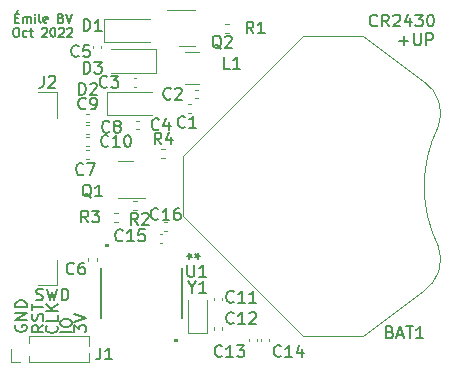
<source format=gbr>
%TF.GenerationSoftware,KiCad,Pcbnew,(6.0.1)*%
%TF.CreationDate,2022-10-12T14:33:58-04:00*%
%TF.ProjectId,DeathClock,44656174-6843-46c6-9f63-6b2e6b696361,rev?*%
%TF.SameCoordinates,Original*%
%TF.FileFunction,Legend,Top*%
%TF.FilePolarity,Positive*%
%FSLAX46Y46*%
G04 Gerber Fmt 4.6, Leading zero omitted, Abs format (unit mm)*
G04 Created by KiCad (PCBNEW (6.0.1)) date 2022-10-12 14:33:58*
%MOMM*%
%LPD*%
G01*
G04 APERTURE LIST*
%ADD10C,0.150000*%
%ADD11C,0.120000*%
%ADD12C,0.152400*%
G04 APERTURE END LIST*
D10*
X151595238Y-72871428D02*
X152357142Y-72871428D01*
X151976190Y-73252380D02*
X151976190Y-72490476D01*
X152833333Y-72252380D02*
X152833333Y-73061904D01*
X152880952Y-73157142D01*
X152928571Y-73204761D01*
X153023809Y-73252380D01*
X153214285Y-73252380D01*
X153309523Y-73204761D01*
X153357142Y-73157142D01*
X153404761Y-73061904D01*
X153404761Y-72252380D01*
X153880952Y-73252380D02*
X153880952Y-72252380D01*
X154261904Y-72252380D01*
X154357142Y-72300000D01*
X154404761Y-72347619D01*
X154452380Y-72442857D01*
X154452380Y-72585714D01*
X154404761Y-72680952D01*
X154357142Y-72728571D01*
X154261904Y-72776190D01*
X153880952Y-72776190D01*
X149704761Y-71557142D02*
X149657142Y-71604761D01*
X149514285Y-71652380D01*
X149419047Y-71652380D01*
X149276190Y-71604761D01*
X149180952Y-71509523D01*
X149133333Y-71414285D01*
X149085714Y-71223809D01*
X149085714Y-71080952D01*
X149133333Y-70890476D01*
X149180952Y-70795238D01*
X149276190Y-70700000D01*
X149419047Y-70652380D01*
X149514285Y-70652380D01*
X149657142Y-70700000D01*
X149704761Y-70747619D01*
X150704761Y-71652380D02*
X150371428Y-71176190D01*
X150133333Y-71652380D02*
X150133333Y-70652380D01*
X150514285Y-70652380D01*
X150609523Y-70700000D01*
X150657142Y-70747619D01*
X150704761Y-70842857D01*
X150704761Y-70985714D01*
X150657142Y-71080952D01*
X150609523Y-71128571D01*
X150514285Y-71176190D01*
X150133333Y-71176190D01*
X151085714Y-70747619D02*
X151133333Y-70700000D01*
X151228571Y-70652380D01*
X151466666Y-70652380D01*
X151561904Y-70700000D01*
X151609523Y-70747619D01*
X151657142Y-70842857D01*
X151657142Y-70938095D01*
X151609523Y-71080952D01*
X151038095Y-71652380D01*
X151657142Y-71652380D01*
X152514285Y-70985714D02*
X152514285Y-71652380D01*
X152276190Y-70604761D02*
X152038095Y-71319047D01*
X152657142Y-71319047D01*
X152942857Y-70652380D02*
X153561904Y-70652380D01*
X153228571Y-71033333D01*
X153371428Y-71033333D01*
X153466666Y-71080952D01*
X153514285Y-71128571D01*
X153561904Y-71223809D01*
X153561904Y-71461904D01*
X153514285Y-71557142D01*
X153466666Y-71604761D01*
X153371428Y-71652380D01*
X153085714Y-71652380D01*
X152990476Y-71604761D01*
X152942857Y-71557142D01*
X154180952Y-70652380D02*
X154276190Y-70652380D01*
X154371428Y-70700000D01*
X154419047Y-70747619D01*
X154466666Y-70842857D01*
X154514285Y-71033333D01*
X154514285Y-71271428D01*
X154466666Y-71461904D01*
X154419047Y-71557142D01*
X154371428Y-71604761D01*
X154276190Y-71652380D01*
X154180952Y-71652380D01*
X154085714Y-71604761D01*
X154038095Y-71557142D01*
X153990476Y-71461904D01*
X153942857Y-71271428D01*
X153942857Y-71033333D01*
X153990476Y-70842857D01*
X154038095Y-70747619D01*
X154085714Y-70700000D01*
X154180952Y-70652380D01*
X123852380Y-97523809D02*
X122852380Y-97523809D01*
X122852380Y-96857142D02*
X122852380Y-96666666D01*
X122900000Y-96571428D01*
X122995238Y-96476190D01*
X123185714Y-96428571D01*
X123519047Y-96428571D01*
X123709523Y-96476190D01*
X123804761Y-96571428D01*
X123852380Y-96666666D01*
X123852380Y-96857142D01*
X123804761Y-96952380D01*
X123709523Y-97047619D01*
X123519047Y-97095238D01*
X123185714Y-97095238D01*
X122995238Y-97047619D01*
X122900000Y-96952380D01*
X122852380Y-96857142D01*
X120842857Y-94804761D02*
X120985714Y-94852380D01*
X121223809Y-94852380D01*
X121319047Y-94804761D01*
X121366666Y-94757142D01*
X121414285Y-94661904D01*
X121414285Y-94566666D01*
X121366666Y-94471428D01*
X121319047Y-94423809D01*
X121223809Y-94376190D01*
X121033333Y-94328571D01*
X120938095Y-94280952D01*
X120890476Y-94233333D01*
X120842857Y-94138095D01*
X120842857Y-94042857D01*
X120890476Y-93947619D01*
X120938095Y-93900000D01*
X121033333Y-93852380D01*
X121271428Y-93852380D01*
X121414285Y-93900000D01*
X121747619Y-93852380D02*
X121985714Y-94852380D01*
X122176190Y-94138095D01*
X122366666Y-94852380D01*
X122604761Y-93852380D01*
X122985714Y-94852380D02*
X122985714Y-93852380D01*
X123223809Y-93852380D01*
X123366666Y-93900000D01*
X123461904Y-93995238D01*
X123509523Y-94090476D01*
X123557142Y-94280952D01*
X123557142Y-94423809D01*
X123509523Y-94614285D01*
X123461904Y-94709523D01*
X123366666Y-94804761D01*
X123223809Y-94852380D01*
X122985714Y-94852380D01*
X121452380Y-96947619D02*
X120976190Y-97280952D01*
X121452380Y-97519047D02*
X120452380Y-97519047D01*
X120452380Y-97138095D01*
X120500000Y-97042857D01*
X120547619Y-96995238D01*
X120642857Y-96947619D01*
X120785714Y-96947619D01*
X120880952Y-96995238D01*
X120928571Y-97042857D01*
X120976190Y-97138095D01*
X120976190Y-97519047D01*
X121404761Y-96566666D02*
X121452380Y-96423809D01*
X121452380Y-96185714D01*
X121404761Y-96090476D01*
X121357142Y-96042857D01*
X121261904Y-95995238D01*
X121166666Y-95995238D01*
X121071428Y-96042857D01*
X121023809Y-96090476D01*
X120976190Y-96185714D01*
X120928571Y-96376190D01*
X120880952Y-96471428D01*
X120833333Y-96519047D01*
X120738095Y-96566666D01*
X120642857Y-96566666D01*
X120547619Y-96519047D01*
X120500000Y-96471428D01*
X120452380Y-96376190D01*
X120452380Y-96138095D01*
X120500000Y-95995238D01*
X120452380Y-95709523D02*
X120452380Y-95138095D01*
X121452380Y-95423809D02*
X120452380Y-95423809D01*
X119100000Y-96961904D02*
X119052380Y-97057142D01*
X119052380Y-97200000D01*
X119100000Y-97342857D01*
X119195238Y-97438095D01*
X119290476Y-97485714D01*
X119480952Y-97533333D01*
X119623809Y-97533333D01*
X119814285Y-97485714D01*
X119909523Y-97438095D01*
X120004761Y-97342857D01*
X120052380Y-97200000D01*
X120052380Y-97104761D01*
X120004761Y-96961904D01*
X119957142Y-96914285D01*
X119623809Y-96914285D01*
X119623809Y-97104761D01*
X120052380Y-96485714D02*
X119052380Y-96485714D01*
X120052380Y-95914285D01*
X119052380Y-95914285D01*
X120052380Y-95438095D02*
X119052380Y-95438095D01*
X119052380Y-95200000D01*
X119100000Y-95057142D01*
X119195238Y-94961904D01*
X119290476Y-94914285D01*
X119480952Y-94866666D01*
X119623809Y-94866666D01*
X119814285Y-94914285D01*
X119909523Y-94961904D01*
X120004761Y-95057142D01*
X120052380Y-95200000D01*
X120052380Y-95438095D01*
X124052380Y-97561904D02*
X124052380Y-96942857D01*
X124433333Y-97276190D01*
X124433333Y-97133333D01*
X124480952Y-97038095D01*
X124528571Y-96990476D01*
X124623809Y-96942857D01*
X124861904Y-96942857D01*
X124957142Y-96990476D01*
X125004761Y-97038095D01*
X125052380Y-97133333D01*
X125052380Y-97419047D01*
X125004761Y-97514285D01*
X124957142Y-97561904D01*
X124052380Y-96657142D02*
X125052380Y-96323809D01*
X124052380Y-95990476D01*
X122557142Y-96995238D02*
X122604761Y-97042857D01*
X122652380Y-97185714D01*
X122652380Y-97280952D01*
X122604761Y-97423809D01*
X122509523Y-97519047D01*
X122414285Y-97566666D01*
X122223809Y-97614285D01*
X122080952Y-97614285D01*
X121890476Y-97566666D01*
X121795238Y-97519047D01*
X121700000Y-97423809D01*
X121652380Y-97280952D01*
X121652380Y-97185714D01*
X121700000Y-97042857D01*
X121747619Y-96995238D01*
X122652380Y-96090476D02*
X122652380Y-96566666D01*
X121652380Y-96566666D01*
X122652380Y-95757142D02*
X121652380Y-95757142D01*
X122652380Y-95185714D02*
X122080952Y-95614285D01*
X121652380Y-95185714D02*
X122223809Y-95757142D01*
X119060714Y-70942678D02*
X119310714Y-70942678D01*
X119417857Y-71335535D02*
X119060714Y-71335535D01*
X119060714Y-70585535D01*
X119417857Y-70585535D01*
X119310714Y-70299821D02*
X119203571Y-70406964D01*
X119739285Y-71335535D02*
X119739285Y-70835535D01*
X119739285Y-70906964D02*
X119775000Y-70871250D01*
X119846428Y-70835535D01*
X119953571Y-70835535D01*
X120025000Y-70871250D01*
X120060714Y-70942678D01*
X120060714Y-71335535D01*
X120060714Y-70942678D02*
X120096428Y-70871250D01*
X120167857Y-70835535D01*
X120275000Y-70835535D01*
X120346428Y-70871250D01*
X120382142Y-70942678D01*
X120382142Y-71335535D01*
X120739285Y-71335535D02*
X120739285Y-70835535D01*
X120739285Y-70585535D02*
X120703571Y-70621250D01*
X120739285Y-70656964D01*
X120775000Y-70621250D01*
X120739285Y-70585535D01*
X120739285Y-70656964D01*
X121203571Y-71335535D02*
X121132142Y-71299821D01*
X121096428Y-71228392D01*
X121096428Y-70585535D01*
X121775000Y-71299821D02*
X121703571Y-71335535D01*
X121560714Y-71335535D01*
X121489285Y-71299821D01*
X121453571Y-71228392D01*
X121453571Y-70942678D01*
X121489285Y-70871250D01*
X121560714Y-70835535D01*
X121703571Y-70835535D01*
X121775000Y-70871250D01*
X121810714Y-70942678D01*
X121810714Y-71014107D01*
X121453571Y-71085535D01*
X122953571Y-70942678D02*
X123060714Y-70978392D01*
X123096428Y-71014107D01*
X123132142Y-71085535D01*
X123132142Y-71192678D01*
X123096428Y-71264107D01*
X123060714Y-71299821D01*
X122989285Y-71335535D01*
X122703571Y-71335535D01*
X122703571Y-70585535D01*
X122953571Y-70585535D01*
X123025000Y-70621250D01*
X123060714Y-70656964D01*
X123096428Y-70728392D01*
X123096428Y-70799821D01*
X123060714Y-70871250D01*
X123025000Y-70906964D01*
X122953571Y-70942678D01*
X122703571Y-70942678D01*
X123346428Y-70585535D02*
X123596428Y-71335535D01*
X123846428Y-70585535D01*
X119078571Y-71793035D02*
X119221428Y-71793035D01*
X119292857Y-71828750D01*
X119364285Y-71900178D01*
X119400000Y-72043035D01*
X119400000Y-72293035D01*
X119364285Y-72435892D01*
X119292857Y-72507321D01*
X119221428Y-72543035D01*
X119078571Y-72543035D01*
X119007142Y-72507321D01*
X118935714Y-72435892D01*
X118900000Y-72293035D01*
X118900000Y-72043035D01*
X118935714Y-71900178D01*
X119007142Y-71828750D01*
X119078571Y-71793035D01*
X120042857Y-72507321D02*
X119971428Y-72543035D01*
X119828571Y-72543035D01*
X119757142Y-72507321D01*
X119721428Y-72471607D01*
X119685714Y-72400178D01*
X119685714Y-72185892D01*
X119721428Y-72114464D01*
X119757142Y-72078750D01*
X119828571Y-72043035D01*
X119971428Y-72043035D01*
X120042857Y-72078750D01*
X120257142Y-72043035D02*
X120542857Y-72043035D01*
X120364285Y-71793035D02*
X120364285Y-72435892D01*
X120400000Y-72507321D01*
X120471428Y-72543035D01*
X120542857Y-72543035D01*
X121328571Y-71864464D02*
X121364285Y-71828750D01*
X121435714Y-71793035D01*
X121614285Y-71793035D01*
X121685714Y-71828750D01*
X121721428Y-71864464D01*
X121757142Y-71935892D01*
X121757142Y-72007321D01*
X121721428Y-72114464D01*
X121292857Y-72543035D01*
X121757142Y-72543035D01*
X122221428Y-71793035D02*
X122292857Y-71793035D01*
X122364285Y-71828750D01*
X122400000Y-71864464D01*
X122435714Y-71935892D01*
X122471428Y-72078750D01*
X122471428Y-72257321D01*
X122435714Y-72400178D01*
X122400000Y-72471607D01*
X122364285Y-72507321D01*
X122292857Y-72543035D01*
X122221428Y-72543035D01*
X122150000Y-72507321D01*
X122114285Y-72471607D01*
X122078571Y-72400178D01*
X122042857Y-72257321D01*
X122042857Y-72078750D01*
X122078571Y-71935892D01*
X122114285Y-71864464D01*
X122150000Y-71828750D01*
X122221428Y-71793035D01*
X122757142Y-71864464D02*
X122792857Y-71828750D01*
X122864285Y-71793035D01*
X123042857Y-71793035D01*
X123114285Y-71828750D01*
X123150000Y-71864464D01*
X123185714Y-71935892D01*
X123185714Y-72007321D01*
X123150000Y-72114464D01*
X122721428Y-72543035D01*
X123185714Y-72543035D01*
X123471428Y-71864464D02*
X123507142Y-71828750D01*
X123578571Y-71793035D01*
X123757142Y-71793035D01*
X123828571Y-71828750D01*
X123864285Y-71864464D01*
X123900000Y-71935892D01*
X123900000Y-72007321D01*
X123864285Y-72114464D01*
X123435714Y-72543035D01*
X123900000Y-72543035D01*
%TO.C,J2*%
X121466666Y-75852380D02*
X121466666Y-76566666D01*
X121419047Y-76709523D01*
X121323809Y-76804761D01*
X121180952Y-76852380D01*
X121085714Y-76852380D01*
X121895238Y-75947619D02*
X121942857Y-75900000D01*
X122038095Y-75852380D01*
X122276190Y-75852380D01*
X122371428Y-75900000D01*
X122419047Y-75947619D01*
X122466666Y-76042857D01*
X122466666Y-76138095D01*
X122419047Y-76280952D01*
X121847619Y-76852380D01*
X122466666Y-76852380D01*
%TO.C,C16*%
X131157142Y-87957142D02*
X131109523Y-88004761D01*
X130966666Y-88052380D01*
X130871428Y-88052380D01*
X130728571Y-88004761D01*
X130633333Y-87909523D01*
X130585714Y-87814285D01*
X130538095Y-87623809D01*
X130538095Y-87480952D01*
X130585714Y-87290476D01*
X130633333Y-87195238D01*
X130728571Y-87100000D01*
X130871428Y-87052380D01*
X130966666Y-87052380D01*
X131109523Y-87100000D01*
X131157142Y-87147619D01*
X132109523Y-88052380D02*
X131538095Y-88052380D01*
X131823809Y-88052380D02*
X131823809Y-87052380D01*
X131728571Y-87195238D01*
X131633333Y-87290476D01*
X131538095Y-87338095D01*
X132966666Y-87052380D02*
X132776190Y-87052380D01*
X132680952Y-87100000D01*
X132633333Y-87147619D01*
X132538095Y-87290476D01*
X132490476Y-87480952D01*
X132490476Y-87861904D01*
X132538095Y-87957142D01*
X132585714Y-88004761D01*
X132680952Y-88052380D01*
X132871428Y-88052380D01*
X132966666Y-88004761D01*
X133014285Y-87957142D01*
X133061904Y-87861904D01*
X133061904Y-87623809D01*
X133014285Y-87528571D01*
X132966666Y-87480952D01*
X132871428Y-87433333D01*
X132680952Y-87433333D01*
X132585714Y-87480952D01*
X132538095Y-87528571D01*
X132490476Y-87623809D01*
%TO.C,Q2*%
X136504761Y-73547619D02*
X136409523Y-73500000D01*
X136314285Y-73404761D01*
X136171428Y-73261904D01*
X136076190Y-73214285D01*
X135980952Y-73214285D01*
X136028571Y-73452380D02*
X135933333Y-73404761D01*
X135838095Y-73309523D01*
X135790476Y-73119047D01*
X135790476Y-72785714D01*
X135838095Y-72595238D01*
X135933333Y-72500000D01*
X136028571Y-72452380D01*
X136219047Y-72452380D01*
X136314285Y-72500000D01*
X136409523Y-72595238D01*
X136457142Y-72785714D01*
X136457142Y-73119047D01*
X136409523Y-73309523D01*
X136314285Y-73404761D01*
X136219047Y-73452380D01*
X136028571Y-73452380D01*
X136838095Y-72547619D02*
X136885714Y-72500000D01*
X136980952Y-72452380D01*
X137219047Y-72452380D01*
X137314285Y-72500000D01*
X137361904Y-72547619D01*
X137409523Y-72642857D01*
X137409523Y-72738095D01*
X137361904Y-72880952D01*
X136790476Y-73452380D01*
X137409523Y-73452380D01*
%TO.C,U1*%
X133638095Y-91852380D02*
X133638095Y-92661904D01*
X133685714Y-92757142D01*
X133733333Y-92804761D01*
X133828571Y-92852380D01*
X134019047Y-92852380D01*
X134114285Y-92804761D01*
X134161904Y-92757142D01*
X134209523Y-92661904D01*
X134209523Y-91852380D01*
X135209523Y-92852380D02*
X134638095Y-92852380D01*
X134923809Y-92852380D02*
X134923809Y-91852380D01*
X134828571Y-91995238D01*
X134733333Y-92090476D01*
X134638095Y-92138095D01*
X133625981Y-91075000D02*
X133864077Y-91075000D01*
X133768839Y-91313095D02*
X133864077Y-91075000D01*
X133768839Y-90836904D01*
X134054553Y-91217857D02*
X133864077Y-91075000D01*
X134054553Y-90932142D01*
X134721220Y-91075000D02*
X134483124Y-91075000D01*
X134578362Y-90836904D02*
X134483124Y-91075000D01*
X134578362Y-91313095D01*
X134292648Y-90932142D02*
X134483124Y-91075000D01*
X134292648Y-91217857D01*
%TO.C,C13*%
X136557142Y-99557142D02*
X136509523Y-99604761D01*
X136366666Y-99652380D01*
X136271428Y-99652380D01*
X136128571Y-99604761D01*
X136033333Y-99509523D01*
X135985714Y-99414285D01*
X135938095Y-99223809D01*
X135938095Y-99080952D01*
X135985714Y-98890476D01*
X136033333Y-98795238D01*
X136128571Y-98700000D01*
X136271428Y-98652380D01*
X136366666Y-98652380D01*
X136509523Y-98700000D01*
X136557142Y-98747619D01*
X137509523Y-99652380D02*
X136938095Y-99652380D01*
X137223809Y-99652380D02*
X137223809Y-98652380D01*
X137128571Y-98795238D01*
X137033333Y-98890476D01*
X136938095Y-98938095D01*
X137842857Y-98652380D02*
X138461904Y-98652380D01*
X138128571Y-99033333D01*
X138271428Y-99033333D01*
X138366666Y-99080952D01*
X138414285Y-99128571D01*
X138461904Y-99223809D01*
X138461904Y-99461904D01*
X138414285Y-99557142D01*
X138366666Y-99604761D01*
X138271428Y-99652380D01*
X137985714Y-99652380D01*
X137890476Y-99604761D01*
X137842857Y-99557142D01*
%TO.C,Y1*%
X134023809Y-93726190D02*
X134023809Y-94202380D01*
X133690476Y-93202380D02*
X134023809Y-93726190D01*
X134357142Y-93202380D01*
X135214285Y-94202380D02*
X134642857Y-94202380D01*
X134928571Y-94202380D02*
X134928571Y-93202380D01*
X134833333Y-93345238D01*
X134738095Y-93440476D01*
X134642857Y-93488095D01*
%TO.C,C2*%
X132233333Y-77757142D02*
X132185714Y-77804761D01*
X132042857Y-77852380D01*
X131947619Y-77852380D01*
X131804761Y-77804761D01*
X131709523Y-77709523D01*
X131661904Y-77614285D01*
X131614285Y-77423809D01*
X131614285Y-77280952D01*
X131661904Y-77090476D01*
X131709523Y-76995238D01*
X131804761Y-76900000D01*
X131947619Y-76852380D01*
X132042857Y-76852380D01*
X132185714Y-76900000D01*
X132233333Y-76947619D01*
X132614285Y-76947619D02*
X132661904Y-76900000D01*
X132757142Y-76852380D01*
X132995238Y-76852380D01*
X133090476Y-76900000D01*
X133138095Y-76947619D01*
X133185714Y-77042857D01*
X133185714Y-77138095D01*
X133138095Y-77280952D01*
X132566666Y-77852380D01*
X133185714Y-77852380D01*
%TO.C,R2*%
X129433333Y-88452380D02*
X129100000Y-87976190D01*
X128861904Y-88452380D02*
X128861904Y-87452380D01*
X129242857Y-87452380D01*
X129338095Y-87500000D01*
X129385714Y-87547619D01*
X129433333Y-87642857D01*
X129433333Y-87785714D01*
X129385714Y-87880952D01*
X129338095Y-87928571D01*
X129242857Y-87976190D01*
X128861904Y-87976190D01*
X129814285Y-87547619D02*
X129861904Y-87500000D01*
X129957142Y-87452380D01*
X130195238Y-87452380D01*
X130290476Y-87500000D01*
X130338095Y-87547619D01*
X130385714Y-87642857D01*
X130385714Y-87738095D01*
X130338095Y-87880952D01*
X129766666Y-88452380D01*
X130385714Y-88452380D01*
%TO.C,C14*%
X141557142Y-99557142D02*
X141509523Y-99604761D01*
X141366666Y-99652380D01*
X141271428Y-99652380D01*
X141128571Y-99604761D01*
X141033333Y-99509523D01*
X140985714Y-99414285D01*
X140938095Y-99223809D01*
X140938095Y-99080952D01*
X140985714Y-98890476D01*
X141033333Y-98795238D01*
X141128571Y-98700000D01*
X141271428Y-98652380D01*
X141366666Y-98652380D01*
X141509523Y-98700000D01*
X141557142Y-98747619D01*
X142509523Y-99652380D02*
X141938095Y-99652380D01*
X142223809Y-99652380D02*
X142223809Y-98652380D01*
X142128571Y-98795238D01*
X142033333Y-98890476D01*
X141938095Y-98938095D01*
X143366666Y-98985714D02*
X143366666Y-99652380D01*
X143128571Y-98604761D02*
X142890476Y-99319047D01*
X143509523Y-99319047D01*
%TO.C,C9*%
X125033333Y-78597142D02*
X124985714Y-78644761D01*
X124842857Y-78692380D01*
X124747619Y-78692380D01*
X124604761Y-78644761D01*
X124509523Y-78549523D01*
X124461904Y-78454285D01*
X124414285Y-78263809D01*
X124414285Y-78120952D01*
X124461904Y-77930476D01*
X124509523Y-77835238D01*
X124604761Y-77740000D01*
X124747619Y-77692380D01*
X124842857Y-77692380D01*
X124985714Y-77740000D01*
X125033333Y-77787619D01*
X125509523Y-78692380D02*
X125700000Y-78692380D01*
X125795238Y-78644761D01*
X125842857Y-78597142D01*
X125938095Y-78454285D01*
X125985714Y-78263809D01*
X125985714Y-77882857D01*
X125938095Y-77787619D01*
X125890476Y-77740000D01*
X125795238Y-77692380D01*
X125604761Y-77692380D01*
X125509523Y-77740000D01*
X125461904Y-77787619D01*
X125414285Y-77882857D01*
X125414285Y-78120952D01*
X125461904Y-78216190D01*
X125509523Y-78263809D01*
X125604761Y-78311428D01*
X125795238Y-78311428D01*
X125890476Y-78263809D01*
X125938095Y-78216190D01*
X125985714Y-78120952D01*
%TO.C,R4*%
X131433333Y-81652380D02*
X131100000Y-81176190D01*
X130861904Y-81652380D02*
X130861904Y-80652380D01*
X131242857Y-80652380D01*
X131338095Y-80700000D01*
X131385714Y-80747619D01*
X131433333Y-80842857D01*
X131433333Y-80985714D01*
X131385714Y-81080952D01*
X131338095Y-81128571D01*
X131242857Y-81176190D01*
X130861904Y-81176190D01*
X132290476Y-80985714D02*
X132290476Y-81652380D01*
X132052380Y-80604761D02*
X131814285Y-81319047D01*
X132433333Y-81319047D01*
%TO.C,BAT1*%
X150785714Y-97528571D02*
X150928571Y-97576190D01*
X150976190Y-97623809D01*
X151023809Y-97719047D01*
X151023809Y-97861904D01*
X150976190Y-97957142D01*
X150928571Y-98004761D01*
X150833333Y-98052380D01*
X150452380Y-98052380D01*
X150452380Y-97052380D01*
X150785714Y-97052380D01*
X150880952Y-97100000D01*
X150928571Y-97147619D01*
X150976190Y-97242857D01*
X150976190Y-97338095D01*
X150928571Y-97433333D01*
X150880952Y-97480952D01*
X150785714Y-97528571D01*
X150452380Y-97528571D01*
X151404761Y-97766666D02*
X151880952Y-97766666D01*
X151309523Y-98052380D02*
X151642857Y-97052380D01*
X151976190Y-98052380D01*
X152166666Y-97052380D02*
X152738095Y-97052380D01*
X152452380Y-98052380D02*
X152452380Y-97052380D01*
X153595238Y-98052380D02*
X153023809Y-98052380D01*
X153309523Y-98052380D02*
X153309523Y-97052380D01*
X153214285Y-97195238D01*
X153119047Y-97290476D01*
X153023809Y-97338095D01*
%TO.C,C15*%
X128157142Y-89757142D02*
X128109523Y-89804761D01*
X127966666Y-89852380D01*
X127871428Y-89852380D01*
X127728571Y-89804761D01*
X127633333Y-89709523D01*
X127585714Y-89614285D01*
X127538095Y-89423809D01*
X127538095Y-89280952D01*
X127585714Y-89090476D01*
X127633333Y-88995238D01*
X127728571Y-88900000D01*
X127871428Y-88852380D01*
X127966666Y-88852380D01*
X128109523Y-88900000D01*
X128157142Y-88947619D01*
X129109523Y-89852380D02*
X128538095Y-89852380D01*
X128823809Y-89852380D02*
X128823809Y-88852380D01*
X128728571Y-88995238D01*
X128633333Y-89090476D01*
X128538095Y-89138095D01*
X130014285Y-88852380D02*
X129538095Y-88852380D01*
X129490476Y-89328571D01*
X129538095Y-89280952D01*
X129633333Y-89233333D01*
X129871428Y-89233333D01*
X129966666Y-89280952D01*
X130014285Y-89328571D01*
X130061904Y-89423809D01*
X130061904Y-89661904D01*
X130014285Y-89757142D01*
X129966666Y-89804761D01*
X129871428Y-89852380D01*
X129633333Y-89852380D01*
X129538095Y-89804761D01*
X129490476Y-89757142D01*
%TO.C,Q1*%
X125504761Y-86147619D02*
X125409523Y-86100000D01*
X125314285Y-86004761D01*
X125171428Y-85861904D01*
X125076190Y-85814285D01*
X124980952Y-85814285D01*
X125028571Y-86052380D02*
X124933333Y-86004761D01*
X124838095Y-85909523D01*
X124790476Y-85719047D01*
X124790476Y-85385714D01*
X124838095Y-85195238D01*
X124933333Y-85100000D01*
X125028571Y-85052380D01*
X125219047Y-85052380D01*
X125314285Y-85100000D01*
X125409523Y-85195238D01*
X125457142Y-85385714D01*
X125457142Y-85719047D01*
X125409523Y-85909523D01*
X125314285Y-86004761D01*
X125219047Y-86052380D01*
X125028571Y-86052380D01*
X126409523Y-86052380D02*
X125838095Y-86052380D01*
X126123809Y-86052380D02*
X126123809Y-85052380D01*
X126028571Y-85195238D01*
X125933333Y-85290476D01*
X125838095Y-85338095D01*
%TO.C,C5*%
X124433333Y-74157142D02*
X124385714Y-74204761D01*
X124242857Y-74252380D01*
X124147619Y-74252380D01*
X124004761Y-74204761D01*
X123909523Y-74109523D01*
X123861904Y-74014285D01*
X123814285Y-73823809D01*
X123814285Y-73680952D01*
X123861904Y-73490476D01*
X123909523Y-73395238D01*
X124004761Y-73300000D01*
X124147619Y-73252380D01*
X124242857Y-73252380D01*
X124385714Y-73300000D01*
X124433333Y-73347619D01*
X125338095Y-73252380D02*
X124861904Y-73252380D01*
X124814285Y-73728571D01*
X124861904Y-73680952D01*
X124957142Y-73633333D01*
X125195238Y-73633333D01*
X125290476Y-73680952D01*
X125338095Y-73728571D01*
X125385714Y-73823809D01*
X125385714Y-74061904D01*
X125338095Y-74157142D01*
X125290476Y-74204761D01*
X125195238Y-74252380D01*
X124957142Y-74252380D01*
X124861904Y-74204761D01*
X124814285Y-74157142D01*
%TO.C,C4*%
X131233333Y-80357142D02*
X131185714Y-80404761D01*
X131042857Y-80452380D01*
X130947619Y-80452380D01*
X130804761Y-80404761D01*
X130709523Y-80309523D01*
X130661904Y-80214285D01*
X130614285Y-80023809D01*
X130614285Y-79880952D01*
X130661904Y-79690476D01*
X130709523Y-79595238D01*
X130804761Y-79500000D01*
X130947619Y-79452380D01*
X131042857Y-79452380D01*
X131185714Y-79500000D01*
X131233333Y-79547619D01*
X132090476Y-79785714D02*
X132090476Y-80452380D01*
X131852380Y-79404761D02*
X131614285Y-80119047D01*
X132233333Y-80119047D01*
%TO.C,C11*%
X137557142Y-94957142D02*
X137509523Y-95004761D01*
X137366666Y-95052380D01*
X137271428Y-95052380D01*
X137128571Y-95004761D01*
X137033333Y-94909523D01*
X136985714Y-94814285D01*
X136938095Y-94623809D01*
X136938095Y-94480952D01*
X136985714Y-94290476D01*
X137033333Y-94195238D01*
X137128571Y-94100000D01*
X137271428Y-94052380D01*
X137366666Y-94052380D01*
X137509523Y-94100000D01*
X137557142Y-94147619D01*
X138509523Y-95052380D02*
X137938095Y-95052380D01*
X138223809Y-95052380D02*
X138223809Y-94052380D01*
X138128571Y-94195238D01*
X138033333Y-94290476D01*
X137938095Y-94338095D01*
X139461904Y-95052380D02*
X138890476Y-95052380D01*
X139176190Y-95052380D02*
X139176190Y-94052380D01*
X139080952Y-94195238D01*
X138985714Y-94290476D01*
X138890476Y-94338095D01*
%TO.C,R1*%
X139233333Y-72252380D02*
X138900000Y-71776190D01*
X138661904Y-72252380D02*
X138661904Y-71252380D01*
X139042857Y-71252380D01*
X139138095Y-71300000D01*
X139185714Y-71347619D01*
X139233333Y-71442857D01*
X139233333Y-71585714D01*
X139185714Y-71680952D01*
X139138095Y-71728571D01*
X139042857Y-71776190D01*
X138661904Y-71776190D01*
X140185714Y-72252380D02*
X139614285Y-72252380D01*
X139900000Y-72252380D02*
X139900000Y-71252380D01*
X139804761Y-71395238D01*
X139709523Y-71490476D01*
X139614285Y-71538095D01*
%TO.C,D2*%
X124461904Y-77452380D02*
X124461904Y-76452380D01*
X124700000Y-76452380D01*
X124842857Y-76500000D01*
X124938095Y-76595238D01*
X124985714Y-76690476D01*
X125033333Y-76880952D01*
X125033333Y-77023809D01*
X124985714Y-77214285D01*
X124938095Y-77309523D01*
X124842857Y-77404761D01*
X124700000Y-77452380D01*
X124461904Y-77452380D01*
X125414285Y-76547619D02*
X125461904Y-76500000D01*
X125557142Y-76452380D01*
X125795238Y-76452380D01*
X125890476Y-76500000D01*
X125938095Y-76547619D01*
X125985714Y-76642857D01*
X125985714Y-76738095D01*
X125938095Y-76880952D01*
X125366666Y-77452380D01*
X125985714Y-77452380D01*
%TO.C,C6*%
X124033333Y-92557142D02*
X123985714Y-92604761D01*
X123842857Y-92652380D01*
X123747619Y-92652380D01*
X123604761Y-92604761D01*
X123509523Y-92509523D01*
X123461904Y-92414285D01*
X123414285Y-92223809D01*
X123414285Y-92080952D01*
X123461904Y-91890476D01*
X123509523Y-91795238D01*
X123604761Y-91700000D01*
X123747619Y-91652380D01*
X123842857Y-91652380D01*
X123985714Y-91700000D01*
X124033333Y-91747619D01*
X124890476Y-91652380D02*
X124700000Y-91652380D01*
X124604761Y-91700000D01*
X124557142Y-91747619D01*
X124461904Y-91890476D01*
X124414285Y-92080952D01*
X124414285Y-92461904D01*
X124461904Y-92557142D01*
X124509523Y-92604761D01*
X124604761Y-92652380D01*
X124795238Y-92652380D01*
X124890476Y-92604761D01*
X124938095Y-92557142D01*
X124985714Y-92461904D01*
X124985714Y-92223809D01*
X124938095Y-92128571D01*
X124890476Y-92080952D01*
X124795238Y-92033333D01*
X124604761Y-92033333D01*
X124509523Y-92080952D01*
X124461904Y-92128571D01*
X124414285Y-92223809D01*
%TO.C,C10*%
X126957142Y-81757142D02*
X126909523Y-81804761D01*
X126766666Y-81852380D01*
X126671428Y-81852380D01*
X126528571Y-81804761D01*
X126433333Y-81709523D01*
X126385714Y-81614285D01*
X126338095Y-81423809D01*
X126338095Y-81280952D01*
X126385714Y-81090476D01*
X126433333Y-80995238D01*
X126528571Y-80900000D01*
X126671428Y-80852380D01*
X126766666Y-80852380D01*
X126909523Y-80900000D01*
X126957142Y-80947619D01*
X127909523Y-81852380D02*
X127338095Y-81852380D01*
X127623809Y-81852380D02*
X127623809Y-80852380D01*
X127528571Y-80995238D01*
X127433333Y-81090476D01*
X127338095Y-81138095D01*
X128528571Y-80852380D02*
X128623809Y-80852380D01*
X128719047Y-80900000D01*
X128766666Y-80947619D01*
X128814285Y-81042857D01*
X128861904Y-81233333D01*
X128861904Y-81471428D01*
X128814285Y-81661904D01*
X128766666Y-81757142D01*
X128719047Y-81804761D01*
X128623809Y-81852380D01*
X128528571Y-81852380D01*
X128433333Y-81804761D01*
X128385714Y-81757142D01*
X128338095Y-81661904D01*
X128290476Y-81471428D01*
X128290476Y-81233333D01*
X128338095Y-81042857D01*
X128385714Y-80947619D01*
X128433333Y-80900000D01*
X128528571Y-80852380D01*
%TO.C,R3*%
X125233333Y-88252380D02*
X124900000Y-87776190D01*
X124661904Y-88252380D02*
X124661904Y-87252380D01*
X125042857Y-87252380D01*
X125138095Y-87300000D01*
X125185714Y-87347619D01*
X125233333Y-87442857D01*
X125233333Y-87585714D01*
X125185714Y-87680952D01*
X125138095Y-87728571D01*
X125042857Y-87776190D01*
X124661904Y-87776190D01*
X125566666Y-87252380D02*
X126185714Y-87252380D01*
X125852380Y-87633333D01*
X125995238Y-87633333D01*
X126090476Y-87680952D01*
X126138095Y-87728571D01*
X126185714Y-87823809D01*
X126185714Y-88061904D01*
X126138095Y-88157142D01*
X126090476Y-88204761D01*
X125995238Y-88252380D01*
X125709523Y-88252380D01*
X125614285Y-88204761D01*
X125566666Y-88157142D01*
%TO.C,C7*%
X124833333Y-84157142D02*
X124785714Y-84204761D01*
X124642857Y-84252380D01*
X124547619Y-84252380D01*
X124404761Y-84204761D01*
X124309523Y-84109523D01*
X124261904Y-84014285D01*
X124214285Y-83823809D01*
X124214285Y-83680952D01*
X124261904Y-83490476D01*
X124309523Y-83395238D01*
X124404761Y-83300000D01*
X124547619Y-83252380D01*
X124642857Y-83252380D01*
X124785714Y-83300000D01*
X124833333Y-83347619D01*
X125166666Y-83252380D02*
X125833333Y-83252380D01*
X125404761Y-84252380D01*
%TO.C,C1*%
X133433333Y-80157142D02*
X133385714Y-80204761D01*
X133242857Y-80252380D01*
X133147619Y-80252380D01*
X133004761Y-80204761D01*
X132909523Y-80109523D01*
X132861904Y-80014285D01*
X132814285Y-79823809D01*
X132814285Y-79680952D01*
X132861904Y-79490476D01*
X132909523Y-79395238D01*
X133004761Y-79300000D01*
X133147619Y-79252380D01*
X133242857Y-79252380D01*
X133385714Y-79300000D01*
X133433333Y-79347619D01*
X134385714Y-80252380D02*
X133814285Y-80252380D01*
X134100000Y-80252380D02*
X134100000Y-79252380D01*
X134004761Y-79395238D01*
X133909523Y-79490476D01*
X133814285Y-79538095D01*
%TO.C,L1*%
X137233333Y-75252380D02*
X136757142Y-75252380D01*
X136757142Y-74252380D01*
X138090476Y-75252380D02*
X137519047Y-75252380D01*
X137804761Y-75252380D02*
X137804761Y-74252380D01*
X137709523Y-74395238D01*
X137614285Y-74490476D01*
X137519047Y-74538095D01*
%TO.C,J1*%
X126266666Y-98852380D02*
X126266666Y-99566666D01*
X126219047Y-99709523D01*
X126123809Y-99804761D01*
X125980952Y-99852380D01*
X125885714Y-99852380D01*
X127266666Y-99852380D02*
X126695238Y-99852380D01*
X126980952Y-99852380D02*
X126980952Y-98852380D01*
X126885714Y-98995238D01*
X126790476Y-99090476D01*
X126695238Y-99138095D01*
%TO.C,C3*%
X126833333Y-76757142D02*
X126785714Y-76804761D01*
X126642857Y-76852380D01*
X126547619Y-76852380D01*
X126404761Y-76804761D01*
X126309523Y-76709523D01*
X126261904Y-76614285D01*
X126214285Y-76423809D01*
X126214285Y-76280952D01*
X126261904Y-76090476D01*
X126309523Y-75995238D01*
X126404761Y-75900000D01*
X126547619Y-75852380D01*
X126642857Y-75852380D01*
X126785714Y-75900000D01*
X126833333Y-75947619D01*
X127166666Y-75852380D02*
X127785714Y-75852380D01*
X127452380Y-76233333D01*
X127595238Y-76233333D01*
X127690476Y-76280952D01*
X127738095Y-76328571D01*
X127785714Y-76423809D01*
X127785714Y-76661904D01*
X127738095Y-76757142D01*
X127690476Y-76804761D01*
X127595238Y-76852380D01*
X127309523Y-76852380D01*
X127214285Y-76804761D01*
X127166666Y-76757142D01*
%TO.C,D3*%
X124861904Y-75652380D02*
X124861904Y-74652380D01*
X125100000Y-74652380D01*
X125242857Y-74700000D01*
X125338095Y-74795238D01*
X125385714Y-74890476D01*
X125433333Y-75080952D01*
X125433333Y-75223809D01*
X125385714Y-75414285D01*
X125338095Y-75509523D01*
X125242857Y-75604761D01*
X125100000Y-75652380D01*
X124861904Y-75652380D01*
X125766666Y-74652380D02*
X126385714Y-74652380D01*
X126052380Y-75033333D01*
X126195238Y-75033333D01*
X126290476Y-75080952D01*
X126338095Y-75128571D01*
X126385714Y-75223809D01*
X126385714Y-75461904D01*
X126338095Y-75557142D01*
X126290476Y-75604761D01*
X126195238Y-75652380D01*
X125909523Y-75652380D01*
X125814285Y-75604761D01*
X125766666Y-75557142D01*
%TO.C,C12*%
X137557142Y-96757142D02*
X137509523Y-96804761D01*
X137366666Y-96852380D01*
X137271428Y-96852380D01*
X137128571Y-96804761D01*
X137033333Y-96709523D01*
X136985714Y-96614285D01*
X136938095Y-96423809D01*
X136938095Y-96280952D01*
X136985714Y-96090476D01*
X137033333Y-95995238D01*
X137128571Y-95900000D01*
X137271428Y-95852380D01*
X137366666Y-95852380D01*
X137509523Y-95900000D01*
X137557142Y-95947619D01*
X138509523Y-96852380D02*
X137938095Y-96852380D01*
X138223809Y-96852380D02*
X138223809Y-95852380D01*
X138128571Y-95995238D01*
X138033333Y-96090476D01*
X137938095Y-96138095D01*
X138890476Y-95947619D02*
X138938095Y-95900000D01*
X139033333Y-95852380D01*
X139271428Y-95852380D01*
X139366666Y-95900000D01*
X139414285Y-95947619D01*
X139461904Y-96042857D01*
X139461904Y-96138095D01*
X139414285Y-96280952D01*
X138842857Y-96852380D01*
X139461904Y-96852380D01*
%TO.C,D1*%
X124861904Y-72052380D02*
X124861904Y-71052380D01*
X125100000Y-71052380D01*
X125242857Y-71100000D01*
X125338095Y-71195238D01*
X125385714Y-71290476D01*
X125433333Y-71480952D01*
X125433333Y-71623809D01*
X125385714Y-71814285D01*
X125338095Y-71909523D01*
X125242857Y-72004761D01*
X125100000Y-72052380D01*
X124861904Y-72052380D01*
X126385714Y-72052380D02*
X125814285Y-72052380D01*
X126100000Y-72052380D02*
X126100000Y-71052380D01*
X126004761Y-71195238D01*
X125909523Y-71290476D01*
X125814285Y-71338095D01*
%TO.C,C8*%
X127033333Y-80557142D02*
X126985714Y-80604761D01*
X126842857Y-80652380D01*
X126747619Y-80652380D01*
X126604761Y-80604761D01*
X126509523Y-80509523D01*
X126461904Y-80414285D01*
X126414285Y-80223809D01*
X126414285Y-80080952D01*
X126461904Y-79890476D01*
X126509523Y-79795238D01*
X126604761Y-79700000D01*
X126747619Y-79652380D01*
X126842857Y-79652380D01*
X126985714Y-79700000D01*
X127033333Y-79747619D01*
X127604761Y-80080952D02*
X127509523Y-80033333D01*
X127461904Y-79985714D01*
X127414285Y-79890476D01*
X127414285Y-79842857D01*
X127461904Y-79747619D01*
X127509523Y-79700000D01*
X127604761Y-79652380D01*
X127795238Y-79652380D01*
X127890476Y-79700000D01*
X127938095Y-79747619D01*
X127985714Y-79842857D01*
X127985714Y-79890476D01*
X127938095Y-79985714D01*
X127890476Y-80033333D01*
X127795238Y-80080952D01*
X127604761Y-80080952D01*
X127509523Y-80128571D01*
X127461904Y-80176190D01*
X127414285Y-80271428D01*
X127414285Y-80461904D01*
X127461904Y-80557142D01*
X127509523Y-80604761D01*
X127604761Y-80652380D01*
X127795238Y-80652380D01*
X127890476Y-80604761D01*
X127938095Y-80557142D01*
X127985714Y-80461904D01*
X127985714Y-80271428D01*
X127938095Y-80176190D01*
X127890476Y-80128571D01*
X127795238Y-80080952D01*
D11*
%TO.C,J2*%
X122580000Y-93550000D02*
X120980000Y-93550000D01*
X122580000Y-79400000D02*
X122580000Y-77250000D01*
X122580000Y-77250000D02*
X120980000Y-77250000D01*
X122580000Y-91400000D02*
X122580000Y-93550000D01*
%TO.C,C16*%
X131915835Y-88960000D02*
X131684165Y-88960000D01*
X131915835Y-88240000D02*
X131684165Y-88240000D01*
%TO.C,Q2*%
X133600000Y-73360000D02*
X134250000Y-73360000D01*
X133600000Y-70240000D02*
X131925000Y-70240000D01*
X133600000Y-70240000D02*
X134250000Y-70240000D01*
X133600000Y-73360000D02*
X132950000Y-73360000D01*
D12*
%TO.C,U1*%
X133179000Y-96368764D02*
X133179000Y-92131249D01*
X126321000Y-92131236D02*
X126321000Y-96368751D01*
G36*
X132865498Y-98415600D02*
G01*
X132484498Y-98415600D01*
X132484498Y-98161600D01*
X132865498Y-98161600D01*
X132865498Y-98415600D01*
G37*
G36*
X127015502Y-90338400D02*
G01*
X126634502Y-90338400D01*
X126634502Y-90084400D01*
X127015502Y-90084400D01*
X127015502Y-90338400D01*
G37*
D11*
%TO.C,C13*%
X138840000Y-98315835D02*
X138840000Y-98084165D01*
X139560000Y-98315835D02*
X139560000Y-98084165D01*
%TO.C,Y1*%
X135300000Y-97650000D02*
X135300000Y-94800000D01*
X133700000Y-94800000D02*
X133700000Y-97650000D01*
X133700000Y-97650000D02*
X135300000Y-97650000D01*
%TO.C,C2*%
X134284165Y-77760000D02*
X134515835Y-77760000D01*
X134284165Y-77040000D02*
X134515835Y-77040000D01*
%TO.C,R2*%
X129367621Y-86420000D02*
X129032379Y-86420000D01*
X129367621Y-87180000D02*
X129032379Y-87180000D01*
%TO.C,C14*%
X140560000Y-98315835D02*
X140560000Y-98084165D01*
X139840000Y-98315835D02*
X139840000Y-98084165D01*
%TO.C,C9*%
X125084165Y-79760000D02*
X125315835Y-79760000D01*
X125084165Y-79040000D02*
X125315835Y-79040000D01*
%TO.C,R4*%
X131767621Y-82780000D02*
X131432379Y-82780000D01*
X131767621Y-82020000D02*
X131432379Y-82020000D01*
%TO.C,BAT1*%
X133300000Y-82660000D02*
X143460000Y-72500000D01*
X133300000Y-82660000D02*
X133300000Y-87740000D01*
X148540000Y-72500000D02*
X153620000Y-76310000D01*
X148540000Y-97900000D02*
X153620000Y-94090000D01*
X143460000Y-97900000D02*
X148540000Y-97900000D01*
X143460000Y-72500000D02*
X148540000Y-72500000D01*
X133300000Y-87740000D02*
X143460000Y-97900000D01*
X154890000Y-80120000D02*
G75*
G03*
X154890000Y-90280000I10160003J-5080000D01*
G01*
X154890000Y-80120000D02*
G75*
G03*
X153636356Y-76310000I-3042877J1110020D01*
G01*
X153620000Y-94090000D02*
G75*
G03*
X154890000Y-90280000I-1771645J2707215D01*
G01*
%TO.C,C15*%
X131515835Y-89240000D02*
X131284165Y-89240000D01*
X131515835Y-89960000D02*
X131284165Y-89960000D01*
%TO.C,Q1*%
X128400000Y-86160000D02*
X127750000Y-86160000D01*
X128400000Y-83040000D02*
X129050000Y-83040000D01*
X128400000Y-83040000D02*
X127750000Y-83040000D01*
X128400000Y-86160000D02*
X130075000Y-86160000D01*
%TO.C,C5*%
X126360000Y-73284165D02*
X126360000Y-73515835D01*
X125640000Y-73284165D02*
X125640000Y-73515835D01*
%TO.C,C4*%
X129515835Y-79640000D02*
X129284165Y-79640000D01*
X129515835Y-80360000D02*
X129284165Y-80360000D01*
%TO.C,C11*%
X136610000Y-94634165D02*
X136610000Y-94865835D01*
X135890000Y-94634165D02*
X135890000Y-94865835D01*
%TO.C,R1*%
X137167621Y-71420000D02*
X136832379Y-71420000D01*
X137167621Y-72180000D02*
X136832379Y-72180000D01*
%TO.C,D2*%
X126800000Y-79200000D02*
X130650000Y-79200000D01*
X126800000Y-77200000D02*
X126800000Y-79200000D01*
X126800000Y-77200000D02*
X130650000Y-77200000D01*
%TO.C,C6*%
X125240000Y-91515835D02*
X125240000Y-91284165D01*
X125960000Y-91515835D02*
X125960000Y-91284165D01*
%TO.C,C10*%
X125084165Y-81040000D02*
X125315835Y-81040000D01*
X125084165Y-81760000D02*
X125315835Y-81760000D01*
%TO.C,R3*%
X127767621Y-87420000D02*
X127432379Y-87420000D01*
X127767621Y-88180000D02*
X127432379Y-88180000D01*
%TO.C,C7*%
X125034165Y-82160000D02*
X125265835Y-82160000D01*
X125034165Y-82880000D02*
X125265835Y-82880000D01*
%TO.C,C1*%
X133684165Y-78240000D02*
X133915835Y-78240000D01*
X133684165Y-78960000D02*
X133915835Y-78960000D01*
%TO.C,L1*%
X134602064Y-76560000D02*
X133397936Y-76560000D01*
X134602064Y-73840000D02*
X133397936Y-73840000D01*
%TO.C,J1*%
X120260000Y-98436529D02*
X120260000Y-97890000D01*
X120260000Y-100110000D02*
X120260000Y-99563471D01*
X118740000Y-100110000D02*
X118740000Y-99000000D01*
X125275000Y-98692470D02*
X125275000Y-97890000D01*
X120260000Y-100110000D02*
X125275000Y-100110000D01*
X119500000Y-100110000D02*
X118740000Y-100110000D01*
X120260000Y-97890000D02*
X125275000Y-97890000D01*
X125275000Y-100110000D02*
X125275000Y-99307530D01*
%TO.C,C3*%
X129315835Y-76040000D02*
X129084165Y-76040000D01*
X129315835Y-76760000D02*
X129084165Y-76760000D01*
%TO.C,D3*%
X131000000Y-75600000D02*
X131000000Y-73600000D01*
X131000000Y-75600000D02*
X127150000Y-75600000D01*
X131000000Y-73600000D02*
X127150000Y-73600000D01*
%TO.C,C12*%
X135890000Y-97365835D02*
X135890000Y-97134165D01*
X136610000Y-97365835D02*
X136610000Y-97134165D01*
%TO.C,D1*%
X126600000Y-71000000D02*
X126600000Y-73000000D01*
X126600000Y-73000000D02*
X130450000Y-73000000D01*
X126600000Y-71000000D02*
X130450000Y-71000000D01*
%TO.C,C8*%
X125084165Y-80040000D02*
X125315835Y-80040000D01*
X125084165Y-80760000D02*
X125315835Y-80760000D01*
%TD*%
M02*

</source>
